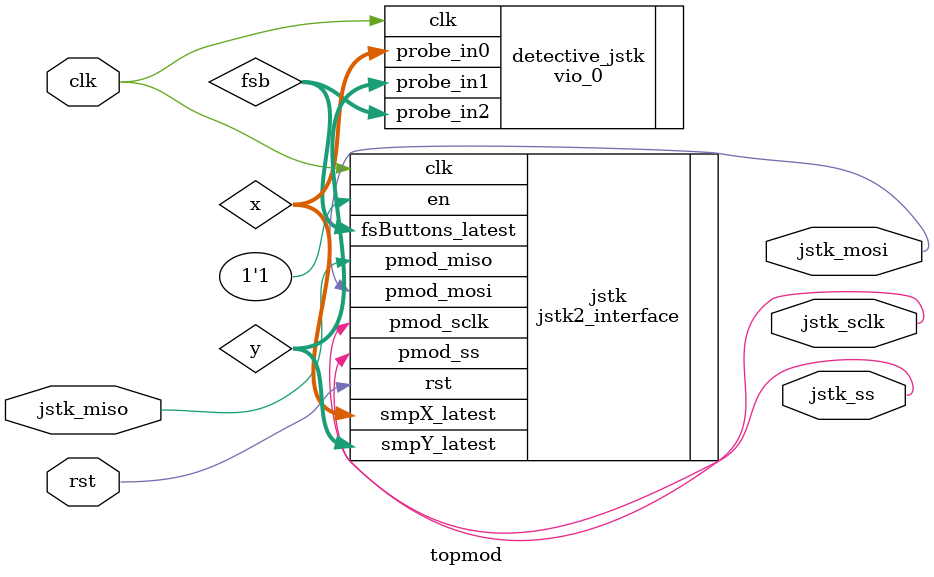
<source format=v>
`timescale 1ns / 1ps


module topmod(
    input clk,
    input rst,
    
    // pmod jstk2 ports
    input jstk_miso,
    output jstk_mosi,
    output jstk_sclk,
    output jstk_ss
);
    
    wire [9:0] x, y;
    wire [7:0] fsb;
        
    jstk2_interface jstk (
        .clk(clk),
        .rst(rst),
        .en(1'b1),
        .smpX_latest(x),
        .smpY_latest(y),
        .fsButtons_latest(fsb),
        .pmod_sclk(jstk_sclk),
        .pmod_ss(jstk_ss),
        .pmod_mosi(jstk_mosi),
        .pmod_miso(jstk_miso)
    );
    
    vio_0 detective_jstk (
      .clk(clk),              // input wire clk
      .probe_in0(x),  // input wire [9 : 0] probe_in0
      .probe_in1(y),  // input wire [9 : 0] probe_in1
      .probe_in2(fsb)  // input wire [7 : 0] probe_in2
    );
    
endmodule

</source>
